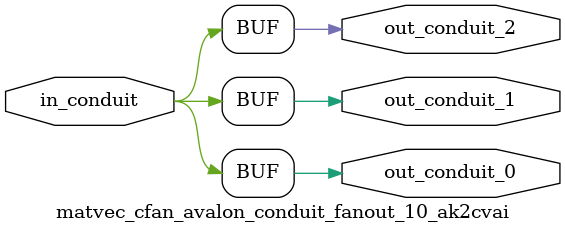
<source format=sv>


 


// --------------------------------------------------------------------------------
//| Avalon Conduit Fan-Out
// --------------------------------------------------------------------------------

// ------------------------------------------
// Generation parameters:
//   output_name:       matvec_cfan_avalon_conduit_fanout_10_ak2cvai
//   numFanOut:         3
//   
// ------------------------------------------

module matvec_cfan_avalon_conduit_fanout_10_ak2cvai (     

// Interface: out_conduit_0
 output                    out_conduit_0,
// Interface: out_conduit_1
 output                    out_conduit_1,
// Interface: out_conduit_2
 output                    out_conduit_2,

// Interface: in_conduit
 input                   in_conduit

);

   assign  out_conduit_0 = in_conduit;
   assign  out_conduit_1 = in_conduit;
   assign  out_conduit_2 = in_conduit;

endmodule //


</source>
